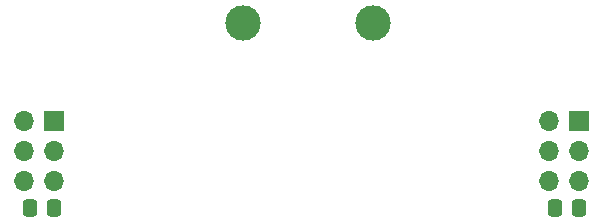
<source format=gbr>
%TF.GenerationSoftware,KiCad,Pcbnew,8.0.1*%
%TF.CreationDate,2024-04-21T16:39:34-04:00*%
%TF.ProjectId,breadboard_pwr_jumper,62726561-6462-46f6-9172-645f7077725f,rev?*%
%TF.SameCoordinates,PX5c38660PY52dfd20*%
%TF.FileFunction,Soldermask,Top*%
%TF.FilePolarity,Negative*%
%FSLAX46Y46*%
G04 Gerber Fmt 4.6, Leading zero omitted, Abs format (unit mm)*
G04 Created by KiCad (PCBNEW 8.0.1) date 2024-04-21 16:39:34*
%MOMM*%
%LPD*%
G01*
G04 APERTURE LIST*
G04 Aperture macros list*
%AMRoundRect*
0 Rectangle with rounded corners*
0 $1 Rounding radius*
0 $2 $3 $4 $5 $6 $7 $8 $9 X,Y pos of 4 corners*
0 Add a 4 corners polygon primitive as box body*
4,1,4,$2,$3,$4,$5,$6,$7,$8,$9,$2,$3,0*
0 Add four circle primitives for the rounded corners*
1,1,$1+$1,$2,$3*
1,1,$1+$1,$4,$5*
1,1,$1+$1,$6,$7*
1,1,$1+$1,$8,$9*
0 Add four rect primitives between the rounded corners*
20,1,$1+$1,$2,$3,$4,$5,0*
20,1,$1+$1,$4,$5,$6,$7,0*
20,1,$1+$1,$6,$7,$8,$9,0*
20,1,$1+$1,$8,$9,$2,$3,0*%
G04 Aperture macros list end*
%ADD10C,3.000000*%
%ADD11RoundRect,0.250000X0.337500X0.475000X-0.337500X0.475000X-0.337500X-0.475000X0.337500X-0.475000X0*%
%ADD12R,1.700000X1.700000*%
%ADD13O,1.700000X1.700000*%
G04 APERTURE END LIST*
D10*
%TO.C,TP2*%
X21800000Y-4800000D03*
%TD*%
D11*
%TO.C,C1*%
X5837500Y-20510000D03*
X3762500Y-20510000D03*
%TD*%
%TO.C,C2*%
X50287500Y-20510000D03*
X48212500Y-20510000D03*
%TD*%
D10*
%TO.C,TP1*%
X32800000Y-4800000D03*
%TD*%
D12*
%TO.C,J2*%
X50290000Y-13100000D03*
D13*
X47750000Y-13100000D03*
X50290000Y-15640000D03*
X47750000Y-15640000D03*
X50290000Y-18180000D03*
X47750000Y-18180000D03*
%TD*%
D12*
%TO.C,J1*%
X5840000Y-13100000D03*
D13*
X3300000Y-13100000D03*
X5840000Y-15640000D03*
X3300000Y-15640000D03*
X5840000Y-18180000D03*
X3300000Y-18180000D03*
%TD*%
M02*

</source>
